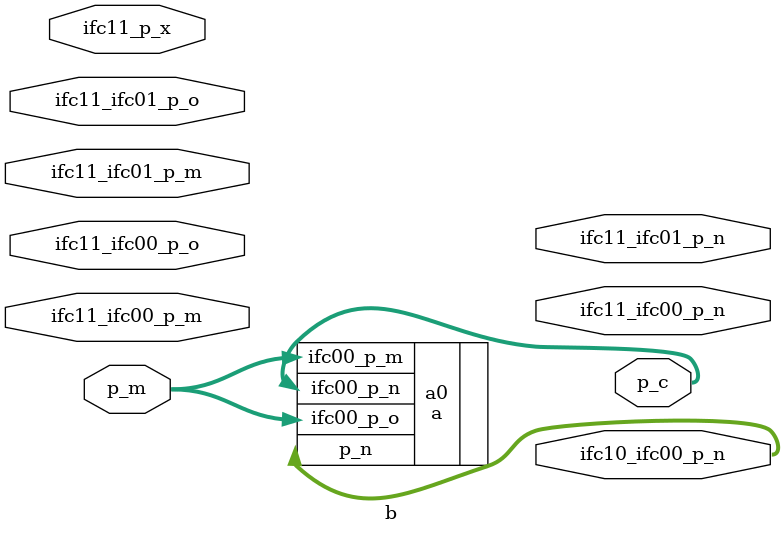
<source format=v>
`include "defines.v"

module b(p_m,
         p_c,
         ifc11_p_x,
         ifc11_ifc00_p_m,
         ifc11_ifc00_p_n,
         ifc11_ifc00_p_o,
         ifc11_ifc01_p_m,
         ifc11_ifc01_p_n,
         ifc11_ifc01_p_o,
         ifc10_ifc00_p_n);
// Location of source csl unit: file name = conn_name22.csl line number = 32
  input [78 - 1:0] p_m;
  input [88 - 1:0] ifc11_p_x;
  input [78 - 1:0] ifc11_ifc00_p_m;
  input [78 - 1:0] ifc11_ifc00_p_o;
  input [78 - 1:0] ifc11_ifc01_p_m;
  input [78 - 1:0] ifc11_ifc01_p_o;
  output [64 - 1:0] p_c;
  output [64 - 1:0] ifc11_ifc00_p_n;
  output [64 - 1:0] ifc11_ifc01_p_n;
  output [64 - 1:0] ifc10_ifc00_p_n;
  a a0(.ifc00_p_m(p_m),
       .ifc00_p_n(p_c),
       .ifc00_p_o(p_m),
       .p_n(ifc10_ifc00_p_n));
  `include "b.logic.vh"
endmodule


</source>
